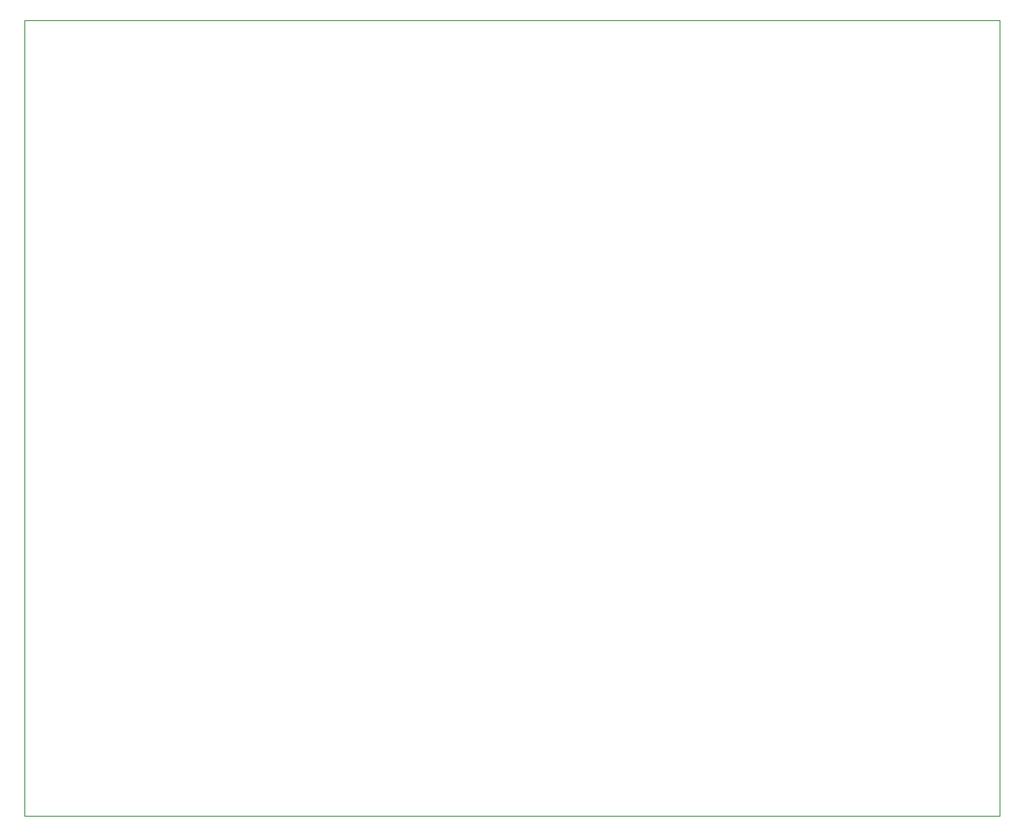
<source format=gm1>
G04 #@! TF.GenerationSoftware,KiCad,Pcbnew,(5.1.5)-3*
G04 #@! TF.CreationDate,2020-03-05T23:42:00+09:00*
G04 #@! TF.ProjectId,USB_Type-C_to_DIP-fin,5553425f-5479-4706-952d-435f746f5f44,rev?*
G04 #@! TF.SameCoordinates,Original*
G04 #@! TF.FileFunction,Profile,NP*
%FSLAX46Y46*%
G04 Gerber Fmt 4.6, Leading zero omitted, Abs format (unit mm)*
G04 Created by KiCad (PCBNEW (5.1.5)-3) date 2020-03-05 23:42:00*
%MOMM*%
%LPD*%
G04 APERTURE LIST*
%ADD10C,0.050000*%
G04 APERTURE END LIST*
D10*
X132000000Y-132000000D02*
X126000000Y-132000000D01*
X126000000Y-132000000D02*
X126000000Y-92000000D01*
X224000000Y-90000000D02*
X224000000Y-130000000D01*
X224000000Y-130000000D02*
X224000000Y-132000000D01*
X224000000Y-132000000D02*
X181000000Y-132000000D01*
X224000000Y-52000000D02*
X224000000Y-90000000D01*
X126000000Y-92000000D02*
X126000000Y-52000000D01*
X175000000Y-52000000D02*
X224000000Y-52000000D01*
X126000000Y-52000000D02*
X175000000Y-52000000D01*
X181000000Y-132000000D02*
X132000000Y-132000000D01*
M02*

</source>
